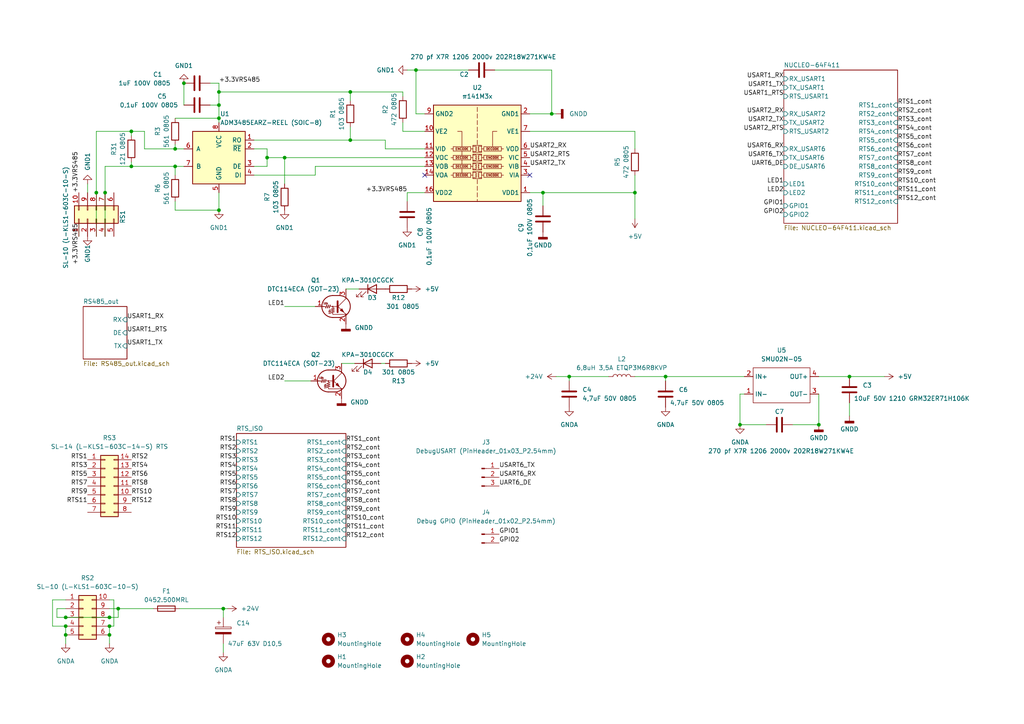
<source format=kicad_sch>
(kicad_sch (version 20230121) (generator eeschema)
  (paper "A4")
  (lib_symbols
    (symbol "Connector:Conn_01x02_Pin" (pin_names (offset 1.016) hide)
      (property "Reference" "J" (at 0 2.54 0))
      (property "Value" "Conn_01x02_Pin" (at 0 -5.08 0))
      (symbol "Conn_01x02_Pin_1_1"
        (polyline (pts (xy 1.27 -2.54) (xy 0.8636 -2.54)) (stroke (width 0.1524)))
        (polyline (pts (xy 1.27 0) (xy 0.8636 0)) (stroke (width 0.1524)))
        (rectangle (start 0.8636 -2.413) (end 0 -2.667) (stroke (width 0.1524)) (fill (type outline)))
        (rectangle (start 0.8636 0.127) (end 0 -0.127) (stroke (width 0.1524)) (fill (type outline)))
        (pin passive line (at 5.08 0 180) (length 3.81) (name "Pin_1") (number "1"))
        (pin passive line (at 5.08 -2.54 180) (length 3.81) (name "Pin_2") (number "2"))
      )
    )
    (symbol "Connector:Conn_01x03_Pin" (pin_names (offset 1.016) hide)
      (property "Reference" "J" (at 0 5.08 0))
      (property "Value" "Conn_01x03_Pin" (at 0 -5.08 0))
      (symbol "Conn_01x03_Pin_1_1"
        (polyline (pts (xy 1.27 -2.54) (xy 0.8636 -2.54)) (stroke (width 0.1524)))
        (polyline (pts (xy 1.27 0) (xy 0.8636 0)) (stroke (width 0.1524)))
        (polyline (pts (xy 1.27 2.54) (xy 0.8636 2.54)) (stroke (width 0.1524)))
        (rectangle (start 0.8636 -2.413) (end 0 -2.667) (stroke (width 0.1524)) (fill (type outline)))
        (rectangle (start 0.8636 0.127) (end 0 -0.127) (stroke (width 0.1524)) (fill (type outline)))
        (rectangle (start 0.8636 2.667) (end 0 2.413) (stroke (width 0.1524)) (fill (type outline)))
        (pin passive line (at 5.08 2.54 180) (length 3.81) (name "Pin_1") (number "1"))
        (pin passive line (at 5.08 0 180) (length 3.81) (name "Pin_2") (number "2"))
        (pin passive line (at 5.08 -2.54 180) (length 3.81) (name "Pin_3") (number "3"))
      )
    )
    (symbol "Connector_Generic:Conn_02x05_Counter_Clockwise" (pin_names (offset 1.016) hide)
      (property "Reference" "J" (at 1.27 7.62 0))
      (property "Value" "Conn_02x05_Counter_Clockwise" (at 1.27 -7.62 0))
      (symbol "Conn_02x05_Counter_Clockwise_1_1"
        (rectangle (start -1.27 -4.953) (end 0 -5.207) (stroke (width 0.1524)))
        (rectangle (start -1.27 -2.413) (end 0 -2.667) (stroke (width 0.1524)))
        (rectangle (start -1.27 0.127) (end 0 -0.127) (stroke (width 0.1524)))
        (rectangle (start -1.27 2.667) (end 0 2.413) (stroke (width 0.1524)))
        (rectangle (start -1.27 5.207) (end 0 4.953) (stroke (width 0.1524)))
        (rectangle (start -1.27 6.35) (end 3.81 -6.35) (stroke (width 0.254)) (fill (type background)))
        (rectangle (start 3.81 -4.953) (end 2.54 -5.207) (stroke (width 0.1524)))
        (rectangle (start 3.81 -2.413) (end 2.54 -2.667) (stroke (width 0.1524)))
        (rectangle (start 3.81 0.127) (end 2.54 -0.127) (stroke (width 0.1524)))
        (rectangle (start 3.81 2.667) (end 2.54 2.413) (stroke (width 0.1524)))
        (rectangle (start 3.81 5.207) (end 2.54 4.953) (stroke (width 0.1524)))
        (pin passive line (at -5.08 5.08 0) (length 3.81) (name "Pin_1") (number "1"))
        (pin passive line (at 7.62 5.08 180) (length 3.81) (name "Pin_10") (number "10"))
        (pin passive line (at -5.08 2.54 0) (length 3.81) (name "Pin_2") (number "2"))
        (pin passive line (at -5.08 0 0) (length 3.81) (name "Pin_3") (number "3"))
        (pin passive line (at -5.08 -2.54 0) (length 3.81) (name "Pin_4") (number "4"))
        (pin passive line (at -5.08 -5.08 0) (length 3.81) (name "Pin_5") (number "5"))
        (pin passive line (at 7.62 -5.08 180) (length 3.81) (name "Pin_6") (number "6"))
        (pin passive line (at 7.62 -2.54 180) (length 3.81) (name "Pin_7") (number "7"))
        (pin passive line (at 7.62 0 180) (length 3.81) (name "Pin_8") (number "8"))
        (pin passive line (at 7.62 2.54 180) (length 3.81) (name "Pin_9") (number "9"))
      )
    )
    (symbol "Connector_Generic:Conn_02x07_Counter_Clockwise" (pin_names (offset 1.016) hide)
      (property "Reference" "J" (at 1.27 10.16 0))
      (property "Value" "Conn_02x07_Counter_Clockwise" (at 1.27 -10.16 0))
      (symbol "Conn_02x07_Counter_Clockwise_1_1"
        (rectangle (start -1.27 -7.493) (end 0 -7.747) (stroke (width 0.1524)))
        (rectangle (start -1.27 -4.953) (end 0 -5.207) (stroke (width 0.1524)))
        (rectangle (start -1.27 -2.413) (end 0 -2.667) (stroke (width 0.1524)))
        (rectangle (start -1.27 0.127) (end 0 -0.127) (stroke (width 0.1524)))
        (rectangle (start -1.27 2.667) (end 0 2.413) (stroke (width 0.1524)))
        (rectangle (start -1.27 5.207) (end 0 4.953) (stroke (width 0.1524)))
        (rectangle (start -1.27 7.747) (end 0 7.493) (stroke (width 0.1524)))
        (rectangle (start -1.27 8.89) (end 3.81 -8.89) (stroke (width 0.254)) (fill (type background)))
        (rectangle (start 3.81 -7.493) (end 2.54 -7.747) (stroke (width 0.1524)))
        (rectangle (start 3.81 -4.953) (end 2.54 -5.207) (stroke (width 0.1524)))
        (rectangle (start 3.81 -2.413) (end 2.54 -2.667) (stroke (width 0.1524)))
        (rectangle (start 3.81 0.127) (end 2.54 -0.127) (stroke (width 0.1524)))
        (rectangle (start 3.81 2.667) (end 2.54 2.413) (stroke (width 0.1524)))
        (rectangle (start 3.81 5.207) (end 2.54 4.953) (stroke (width 0.1524)))
        (rectangle (start 3.81 7.747) (end 2.54 7.493) (stroke (width 0.1524)))
        (pin passive line (at -5.08 7.62 0) (length 3.81) (name "Pin_1") (number "1"))
        (pin passive line (at 7.62 -2.54 180) (length 3.81) (name "Pin_10") (number "10"))
        (pin passive line (at 7.62 0 180) (length 3.81) (name "Pin_11") (number "11"))
        (pin passive line (at 7.62 2.54 180) (length 3.81) (name "Pin_12") (number "12"))
        (pin passive line (at 7.62 5.08 180) (length 3.81) (name "Pin_13") (number "13"))
        (pin passive line (at 7.62 7.62 180) (length 3.81) (name "Pin_14") (number "14"))
        (pin passive line (at -5.08 5.08 0) (length 3.81) (name "Pin_2") (number "2"))
        (pin passive line (at -5.08 2.54 0) (length 3.81) (name "Pin_3") (number "3"))
        (pin passive line (at -5.08 0 0) (length 3.81) (name "Pin_4") (number "4"))
        (pin passive line (at -5.08 -2.54 0) (length 3.81) (name "Pin_5") (number "5"))
        (pin passive line (at -5.08 -5.08 0) (length 3.81) (name "Pin_6") (number "6"))
        (pin passive line (at -5.08 -7.62 0) (length 3.81) (name "Pin_7") (number "7"))
        (pin passive line (at 7.62 -7.62 180) (length 3.81) (name "Pin_8") (number "8"))
        (pin passive line (at 7.62 -5.08 180) (length 3.81) (name "Pin_9") (number "9"))
      )
    )
    (symbol "Converter_DCDC:AM1SS-"
      (property "Reference" "U" (at -1.27 2.54 0))
      (property "Value" "AM1SS-" (at 0 0 0))
      (symbol "AM1SS-_0_1"
        (rectangle (start -6.35 -2.54) (end 10.16 -12.7))
      )
      (symbol "AM1SS-_1_1"
        (pin input line (at -8.89 -5.08 0) (length 2.56) (name "IN-") (number "1"))
        (pin input line (at -8.89 -10.16 0) (length 2.56) (name "IN+") (number "2"))
        (pin output line (at 12.7 -5.08 180) (length 2.56) (name "OUT-") (number "3"))
        (pin output line (at 12.7 -10.16 180) (length 2.56) (name "OUT+") (number "4"))
      )
    )
    (symbol "Device:C" (pin_numbers hide) (pin_names (offset 0.254))
      (property "Reference" "C" (at 0.635 2.54 0))
      (property "Value" "C" (at 0.635 -2.54 0))
      (symbol "C_0_1"
        (polyline (pts (xy -2.032 -0.762) (xy 2.032 -0.762)) (stroke (width 0.508)))
        (polyline (pts (xy -2.032 0.762) (xy 2.032 0.762)) (stroke (width 0.508)))
      )
      (symbol "C_1_1"
        (pin passive line (at 0 3.81 270) (length 2.794) (name "~") (number "1"))
        (pin passive line (at 0 -3.81 90) (length 2.794) (name "~") (number "2"))
      )
    )
    (symbol "Device:C_Polarized" (pin_numbers hide) (pin_names (offset 0.254))
      (property "Reference" "C" (at 0.635 2.54 0))
      (property "Value" "C_Polarized" (at 0.635 -2.54 0))
      (symbol "C_Polarized_0_1"
        (rectangle (start -2.286 0.508) (end 2.286 1.016))
        (polyline (pts (xy -1.778 2.286) (xy -0.762 2.286)))
        (polyline (pts (xy -1.27 2.794) (xy -1.27 1.778)))
        (rectangle (start 2.286 -0.508) (end -2.286 -1.016) (fill (type outline)))
      )
      (symbol "C_Polarized_1_1"
        (pin passive line (at 0 3.81 270) (length 2.794) (name "~") (number "1"))
        (pin passive line (at 0 -3.81 90) (length 2.794) (name "~") (number "2"))
      )
    )
    (symbol "Device:Fuse" (pin_numbers hide) (pin_names (offset 0))
      (property "Reference" "F" (at 2.032 0 90))
      (property "Value" "Fuse" (at -1.905 0 90))
      (symbol "Fuse_0_1"
        (rectangle (start -0.762 -2.54) (end 0.762 2.54) (stroke (width 0.254)))
        (polyline (pts (xy 0 2.54) (xy 0 -2.54)))
      )
      (symbol "Fuse_1_1"
        (pin passive line (at 0 3.81 270) (length 1.27) (name "~") (number "1"))
        (pin passive line (at 0 -3.81 90) (length 1.27) (name "~") (number "2"))
      )
    )
    (symbol "Device:L" (pin_numbers hide) (pin_names (offset 1.016) hide)
      (property "Reference" "L" (at -1.27 0 90))
      (property "Value" "L" (at 1.905 0 90))
      (symbol "L_0_1"
        (arc (start 0 -2.54) (mid 0.6323 -1.905) (end 0 -1.27))
        (arc (start 0 -1.27) (mid 0.6323 -0.635) (end 0 0))
        (arc (start 0 0) (mid 0.6323 0.635) (end 0 1.27))
        (arc (start 0 1.27) (mid 0.6323 1.905) (end 0 2.54))
      )
      (symbol "L_1_1"
        (pin passive line (at 0 3.81 270) (length 1.27) (name "1") (number "1"))
        (pin passive line (at 0 -3.81 90) (length 1.27) (name "2") (number "2"))
      )
    )
    (symbol "Device:LED" (pin_numbers hide) (pin_names (offset 1.016) hide)
      (property "Reference" "D" (at 0 2.54 0))
      (property "Value" "LED" (at 0 -2.54 0))
      (symbol "LED_0_1"
        (polyline (pts (xy -1.27 -1.27) (xy -1.27 1.27)) (stroke (width 0.254)))
        (polyline (pts (xy -1.27 0) (xy 1.27 0)))
        (polyline (pts (xy 1.27 -1.27) (xy 1.27 1.27) (xy -1.27 0) (xy 1.27 -1.27)) (stroke (width 0.254)))
        (polyline (pts (xy -3.048 -0.762) (xy -4.572 -2.286) (xy -3.81 -2.286) (xy -4.572 -2.286) (xy -4.572 -1.524)))
        (polyline (pts (xy -1.778 -0.762) (xy -3.302 -2.286) (xy -2.54 -2.286) (xy -3.302 -2.286) (xy -3.302 -1.524)))
      )
      (symbol "LED_1_1"
        (pin passive line (at -3.81 0 0) (length 2.54) (name "K") (number "1"))
        (pin passive line (at 3.81 0 180) (length 2.54) (name "A") (number "2"))
      )
    )
    (symbol "Device:R" (pin_numbers hide) (pin_names (offset 0))
      (property "Reference" "R" (at 2.032 0 90))
      (property "Value" "R" (at 0 0 90))
      (symbol "R_0_1"
        (rectangle (start -1.016 -2.54) (end 1.016 2.54) (stroke (width 0.254)))
      )
      (symbol "R_1_1"
        (pin passive line (at 0 3.81 270) (length 1.27) (name "~") (number "1"))
        (pin passive line (at 0 -3.81 90) (length 1.27) (name "~") (number "2"))
      )
    )
    (symbol "Interface_UART:SP3485CN" (pin_names (offset 1.016))
      (property "Reference" "U" (at -7.62 8.89 0))
      (property "Value" "SP3485CN" (at 2.54 8.89 0))
      (symbol "SP3485CN_0_1"
        (rectangle (start -7.62 7.62) (end 7.62 -7.62) (stroke (width 0.254)) (fill (type background)))
      )
      (symbol "SP3485CN_1_1"
        (pin output line (at -10.16 5.08 0) (length 2.54) (name "RO") (number "1"))
        (pin input line (at -10.16 2.54 0) (length 2.54) (name "~{RE}") (number "2"))
        (pin input line (at -10.16 -2.54 0) (length 2.54) (name "DE") (number "3"))
        (pin input line (at -10.16 -5.08 0) (length 2.54) (name "DI") (number "4"))
        (pin power_in line (at 0 -10.16 90) (length 2.54) (name "GND") (number "5"))
        (pin bidirectional line (at 10.16 2.54 180) (length 2.54) (name "A") (number "6"))
        (pin bidirectional line (at 10.16 -2.54 180) (length 2.54) (name "B") (number "7"))
        (pin power_in line (at 0 10.16 270) (length 2.54) (name "VCC") (number "8"))
      )
    )
    (symbol "Isolator:π141M3x"
      (property "Reference" "U" (at 0 19.05 0))
      (property "Value" "π141M3x" (at 0 16.51 0))
      (symbol "π141M3x_0_0"
        (rectangle (start -1.905 0.635) (end -6.985 -0.635))
        (rectangle (start -1.27 1.016) (end 1.27 -1.016))
        (rectangle (start -1.27 3.556) (end 1.27 1.524))
        (rectangle (start -1.27 6.096) (end 1.27 4.064))
        (rectangle (start -1.27 8.636) (end 1.27 6.604))
        (arc (start -0.508 -0.762) (mid -0.2551 -0.508) (end -0.508 -0.254))
        (arc (start -0.508 -0.254) (mid -0.2551 0) (end -0.508 0.254))
        (arc (start -0.508 0.254) (mid -0.2551 0.508) (end -0.508 0.762))
        (arc (start -0.508 1.778) (mid -0.2551 2.032) (end -0.508 2.286))
        (arc (start -0.508 2.286) (mid -0.2551 2.54) (end -0.508 2.794))
        (arc (start -0.508 2.794) (mid -0.2551 3.048) (end -0.508 3.302))
        (arc (start -0.508 4.318) (mid -0.2551 4.572) (end -0.508 4.826))
        (arc (start -0.508 4.826) (mid -0.2551 5.08) (end -0.508 5.334))
        (arc (start -0.508 5.334) (mid -0.2551 5.588) (end -0.508 5.842))
        (arc (start -0.508 6.858) (mid -0.2551 7.112) (end -0.508 7.366))
        (arc (start -0.508 7.366) (mid -0.2551 7.62) (end -0.508 7.874))
        (arc (start -0.508 7.874) (mid -0.2551 8.128) (end -0.508 8.382))
        (polyline (pts (xy -6.985 0) (xy -7.62 0)))
        (polyline (pts (xy -6.985 2.54) (xy -7.62 2.54)))
        (polyline (pts (xy -6.985 5.08) (xy -7.62 5.08)))
        (polyline (pts (xy -6.985 7.62) (xy -7.62 7.62)))
        (polyline (pts (xy -4.445 -1.27) (xy -4.445 -0.635)))
        (polyline (pts (xy -1.905 0) (xy -1.27 0)))
        (polyline (pts (xy -1.905 2.54) (xy -1.27 2.54)))
        (polyline (pts (xy -1.905 5.08) (xy -1.27 5.08)))
        (polyline (pts (xy -1.905 7.62) (xy -1.27 7.62)))
        (polyline (pts (xy -1.27 -0.762) (xy -0.508 -0.762)))
        (polyline (pts (xy -1.27 0.762) (xy -0.508 0.762)))
        (polyline (pts (xy -1.27 1.778) (xy -0.508 1.778)))
        (polyline (pts (xy -1.27 3.302) (xy -0.508 3.302)))
        (polyline (pts (xy -1.27 4.318) (xy -0.508 4.318)))
        (polyline (pts (xy -1.27 5.842) (xy -0.508 5.842)))
        (polyline (pts (xy -1.27 6.858) (xy -0.508 6.858)))
        (polyline (pts (xy -1.27 8.382) (xy -0.508 8.382)))
        (polyline (pts (xy 0 -10.795) (xy 0 -12.065)))
        (polyline (pts (xy 0 -8.89) (xy 0 -10.16)))
        (polyline (pts (xy 0 -6.985) (xy 0 -8.255)))
        (polyline (pts (xy 0 -5.08) (xy 0 -6.35)))
        (polyline (pts (xy 0 -3.175) (xy 0 -4.445)))
        (polyline (pts (xy 0 -1.27) (xy 0 -2.54)))
        (polyline (pts (xy 0 8.89) (xy 0 10.16)))
        (polyline (pts (xy 0 10.795) (xy 0 12.065)))
        (polyline (pts (xy 0 12.7) (xy 0 13.97)))
        (polyline (pts (xy 0 15.24) (xy 0 14.605)))
        (polyline (pts (xy 1.27 -0.762) (xy 0.508 -0.762)))
        (polyline (pts (xy 1.27 0.762) (xy 0.508 0.762)))
        (polyline (pts (xy 1.27 1.778) (xy 0.508 1.778)))
        (polyline (pts (xy 1.27 3.302) (xy 0.508 3.302)))
        (polyline (pts (xy 1.27 4.318) (xy 0.508 4.318)))
        (polyline (pts (xy 1.27 5.842) (xy 0.508 5.842)))
        (polyline (pts (xy 1.27 6.858) (xy 0.508 6.858)))
        (polyline (pts (xy 1.27 8.382) (xy 0.508 8.382)))
        (polyline (pts (xy 1.905 0) (xy 1.27 0)))
        (polyline (pts (xy 1.905 2.54) (xy 1.27 2.54)))
        (polyline (pts (xy 1.905 5.08) (xy 1.27 5.08)))
        (polyline (pts (xy 1.905 7.62) (xy 1.27 7.62)))
        (polyline (pts (xy 4.445 0.635) (xy 4.445 1.905)))
        (polyline (pts (xy 4.445 3.175) (xy 4.445 4.445)))
        (polyline (pts (xy 4.445 5.715) (xy 4.445 6.985)))
        (polyline (pts (xy 6.985 0) (xy 7.62 0)))
        (polyline (pts (xy 6.985 2.54) (xy 7.62 2.54)))
        (polyline (pts (xy 6.985 5.08) (xy 7.62 5.08)))
        (polyline (pts (xy 6.985 7.62) (xy 7.62 7.62)))
        (polyline (pts (xy -4.445 -1.27) (xy -4.445 -5.08) (xy -5.715 -5.08)))
        (polyline (pts (xy 5.715 -5.08) (xy 4.445 -5.08) (xy 4.445 -0.635)))
        (arc (start 0.508 -0.254) (mid 0.2551 -0.508) (end 0.508 -0.762))
        (arc (start 0.508 0.254) (mid 0.2551 0) (end 0.508 -0.254))
        (arc (start 0.508 0.762) (mid 0.2551 0.508) (end 0.508 0.254))
        (arc (start 0.508 2.286) (mid 0.2551 2.032) (end 0.508 1.778))
        (arc (start 0.508 2.794) (mid 0.2551 2.54) (end 0.508 2.286))
        (arc (start 0.508 3.302) (mid 0.2551 3.048) (end 0.508 2.794))
        (arc (start 0.508 4.826) (mid 0.2551 4.572) (end 0.508 4.318))
        (arc (start 0.508 5.334) (mid 0.2551 5.08) (end 0.508 4.826))
        (arc (start 0.508 5.842) (mid 0.2551 5.588) (end 0.508 5.334))
        (arc (start 0.508 7.366) (mid 0.2551 7.112) (end 0.508 6.858))
        (arc (start 0.508 7.874) (mid 0.2551 7.62) (end 0.508 7.366))
        (arc (start 0.508 8.382) (mid 0.2551 8.128) (end 0.508 7.874))
        (rectangle (start 1.905 0.635) (end 6.985 -0.635))
        (rectangle (start 1.905 3.175) (end 6.985 1.905))
        (rectangle (start 1.905 5.715) (end 6.985 4.445))
        (rectangle (start 1.905 8.255) (end 6.985 6.985))
        (text "DECODE" (at -4.445 0 0) (effects (font (size 0.635 0.635))))
        (text "DECODE" (at 4.445 2.54 0) (effects (font (size 0.635 0.635))))
        (text "DECODE" (at 4.445 5.08 0) (effects (font (size 0.635 0.635))))
        (text "DECODE" (at 4.445 7.62 0) (effects (font (size 0.635 0.635))))
        (text "ENCODE" (at -4.445 2.54 0) (effects (font (size 0.635 0.635))))
        (text "ENCODE" (at -4.445 5.08 0) (effects (font (size 0.635 0.635))))
        (text "ENCODE" (at -4.445 7.62 0) (effects (font (size 0.635 0.635))))
        (text "ENCODE" (at 4.445 0 0) (effects (font (size 0.635 0.635))))
      )
      (symbol "π141M3x_0_1"
        (rectangle (start -12.7 15.24) (end 12.7 -12.7) (stroke (width 0.254)) (fill (type background)))
        (rectangle (start -1.905 3.175) (end -6.985 1.905))
        (rectangle (start -1.905 5.715) (end -6.985 4.445))
        (rectangle (start -1.905 8.255) (end -6.985 6.985))
      )
      (symbol "π141M3x_1_1"
        (pin power_in line (at -15.24 12.7 0) (length 2.54) (name "VDD1") (number "1"))
        (pin input line (at 15.24 -5.08 180) (length 2.54) (name "VE2") (number "10"))
        (pin input line (at 15.24 0 180) (length 2.54) (name "VID") (number "11"))
        (pin output line (at 15.24 2.54 180) (length 2.54) (name "VOC") (number "12"))
        (pin output line (at 15.24 5.08 180) (length 2.54) (name "VOB") (number "13"))
        (pin output line (at 15.24 7.62 180) (length 2.54) (name "VOA") (number "14"))
        (pin passive line (at 15.24 -10.16 180) (length 2.54) hide (name "GND2") (number "15"))
        (pin power_in line (at 15.24 12.7 180) (length 2.54) (name "VDD2") (number "16"))
        (pin power_in line (at -15.24 -10.16 0) (length 2.54) (name "GND1") (number "2"))
        (pin input line (at -15.24 7.62 0) (length 2.54) (name "VIA") (number "3"))
        (pin input line (at -15.24 5.08 0) (length 2.54) (name "VIB") (number "4"))
        (pin input line (at -15.24 2.54 0) (length 2.54) (name "VIC") (number "5"))
        (pin output line (at -15.24 0 0) (length 2.54) (name "VOD") (number "6"))
        (pin input line (at -15.24 -5.08 0) (length 2.54) (name "VE1") (number "7"))
        (pin passive line (at -15.24 -10.16 0) (length 2.54) hide (name "GND1") (number "8"))
        (pin power_in line (at 15.24 -10.16 180) (length 2.54) (name "GND2") (number "9"))
      )
    )
    (symbol "Mechanical:MountingHole" (pin_names (offset 1.016))
      (property "Reference" "H" (at 0 5.08 0))
      (property "Value" "MountingHole" (at 0 3.175 0))
      (symbol "MountingHole_0_1"
        (circle (center 0 0) (radius 1.27) (stroke (width 1.27)))
      )
    )
    (symbol "PCM_4ms_Power-symbol:+5V" (power) (pin_numbers hide) (pin_names (offset 0) hide)
      (property "Value" "+5V" (at 0 3.556 0))
      (symbol "+5V_0_1"
        (polyline (pts (xy -0.762 1.27) (xy 0 2.54)))
        (polyline (pts (xy 0 0) (xy 0 2.54)))
        (polyline (pts (xy 0 2.54) (xy 0.762 1.27)))
      )
      (symbol "+5V_1_1"
        (pin power_in line (at 0 0 90) (length 0) hide (name "+5V") (number "1"))
      )
    )
    (symbol "PCM_4ms_Power-symbol:GNDA" (power) (pin_numbers hide) (pin_names (offset 0) hide)
      (property "Value" "GNDA" (at 0 -3.81 0))
      (symbol "GNDA_0_1"
        (polyline (pts (xy 0 0) (xy 0 -1.27) (xy 1.27 -1.27) (xy 0 -2.54) (xy -1.27 -1.27) (xy 0 -1.27)))
      )
      (symbol "GNDA_1_1"
        (pin power_in line (at 0 0 270) (length 0) hide (name "GNDA") (number "1"))
      )
    )
    (symbol "Transistor_BJT:DTC114E" (pin_names (offset 0) hide)
      (property "Reference" "Q" (at 5.08 1.905 0))
      (property "Value" "DTC114E" (at 5.08 0 0))
      (symbol "DTC114E_0_0"
        (text "10k" (at -3.302 0.889 0) (effects (font (size 0.508 0.508))))
        (text "10k" (at -2.159 -1.524 900) (effects (font (size 0.508 0.508))))
      )
      (symbol "DTC114E_0_1"
        (circle (center -1.27 0) (radius 0.127))
        (arc (start -1.27 3.175) (mid -4.4312 0) (end -1.27 -3.175) (stroke (width 0.254)))
        (polyline (pts (xy -3.429 0) (xy -3.81 0)))
        (polyline (pts (xy -1.27 -3.175) (xy 0.635 -3.175)) (stroke (width 0.254)))
        (polyline (pts (xy -1.27 3.175) (xy 0.635 3.175)) (stroke (width 0.254)))
        (polyline (pts (xy 0 -0.254) (xy 2.54 2.286)))
        (polyline (pts (xy 0.127 1.524) (xy 0.127 -1.651)) (stroke (width 0.508)) (fill (type outline)))
        (polyline (pts (xy 2.54 2.286) (xy 2.54 2.54)))
        (polyline (pts (xy 2.54 -2.286) (xy 0 0.254) (xy 0 0.254)))
        (polyline (pts (xy 0.889 -1.143) (xy 1.397 -0.635) (xy 1.905 -1.651) (xy 0.889 -1.143)) (fill (type outline)))
        (polyline (pts (xy 0 0) (xy -1.905 0) (xy -2.032 0.508) (xy -2.286 -0.508) (xy -2.54 0.508) (xy -2.794 -0.508) (xy -3.048 0.508) (xy -3.302 -0.508) (xy -3.429 0)))
        (polyline (pts (xy -1.27 0) (xy -1.27 -0.381) (xy -0.762 -0.508) (xy -1.778 -0.762) (xy -0.762 -1.016) (xy -1.778 -1.27) (xy -0.762 -1.524) (xy -1.778 -1.778) (xy -1.27 -1.905) (xy -1.27 -2.286) (xy 2.54 -2.286)))
        (arc (start 0.635 -3.175) (mid 3.7962 0) (end 0.635 3.175) (stroke (width 0.254)))
        (circle (center 2.54 -2.286) (radius 0.127))
      )
      (symbol "DTC114E_1_1"
        (pin input line (at -6.35 0 0) (length 2.54) (name "B") (number "1"))
        (pin passive line (at 2.54 -5.08 90) (length 2.54) (name "E") (number "2"))
        (pin passive line (at 2.54 5.08 270) (length 2.54) (name "C") (number "3"))
      )
    )
    (symbol "power:+24V" (power) (pin_numbers hide) (pin_names (offset 0) hide)
      (property "Value" "+24V" (at 0 3.556 0))
      (symbol "+24V_0_1"
        (polyline (pts (xy -0.762 1.27) (xy 0 2.54)))
        (polyline (pts (xy 0 0) (xy 0 2.54)))
        (polyline (pts (xy 0 2.54) (xy 0.762 1.27)))
      )
      (symbol "+24V_1_1"
        (pin power_in line (at 0 0 90) (length 0) hide (name "+24V") (number "1"))
      )
    )
    (symbol "power:GND1" (power) (pin_numbers hide) (pin_names (offset 0) hide)
      (property "Value" "GND1" (at 0 -3.81 0))
      (symbol "GND1_0_1"
        (polyline (pts (xy 0 0) (xy 0 -1.27) (xy 1.27 -1.27) (xy 0 -2.54) (xy -1.27 -1.27) (xy 0 -1.27)))
      )
      (symbol "GND1_1_1"
        (pin power_in line (at 0 0 270) (length 0) hide (name "GND1") (number "1"))
      )
    )
    (symbol "power:GNDD" (power) (pin_numbers hide) (pin_names (offset 0) hide)
      (property "Value" "GNDD" (at 0 -3.175 0))
      (symbol "GNDD_0_1"
        (rectangle (start -1.27 -1.524) (end 1.27 -2.032) (stroke (width 0.254)) (fill (type outline)))
        (polyline (pts (xy 0 0) (xy 0 -1.524)))
      )
      (symbol "GNDD_1_1"
        (pin power_in line (at 0 0 270) (length 0) hide (name "GNDD") (number "1"))
      )
    )
  )
  (junction (at 30.48 55.88))
  (junction (at 101.6 26.67))
  (junction (at 63.5 26.67))
  (junction (at 27.94 55.88))
  (junction (at 237.49 123.19))
  (junction (at 165.1 109.22))
  (junction (at 19.05 184.15))
  (junction (at 38.1 48.26))
  (junction (at 31.75 179.07))
  (junction (at 64.77 176.53))
  (junction (at 63.5 30.48))
  (junction (at 193.04 109.22))
  (junction (at 19.05 181.61))
  (junction (at 50.8 48.26))
  (junction (at 19.05 179.07))
  (junction (at 63.5 34.29))
  (junction (at 77.47 45.72))
  (junction (at 38.1 38.1))
  (junction (at 63.5 60.96))
  (junction (at 184.15 55.88))
  (junction (at 214.63 123.19))
  (junction (at 50.8 43.18))
  (junction (at 53.34 24.13))
  (junction (at 34.29 176.53))
  (junction (at 31.75 184.15))
  (junction (at 120.65 20.32))
  (junction (at 82.55 45.72))
  (junction (at 157.48 55.88))
  (junction (at 31.75 181.61))
  (junction (at 246.38 109.22))
  (junction (at 101.6 40.64))
  (junction (at 160.02 33.02))
  (no_connect (at 153.67 50.8))
  (no_connect (at 123.19 50.8))
  (wire (pts (xy 19.05 176.53) (xy 16.51 176.53)))
  (wire (pts (xy 19.05 184.15) (xy 19.05 186.69)))
  (wire (pts (xy 38.1 46.99) (xy 38.1 48.26)))
  (wire (pts (xy 50.8 58.42) (xy 50.8 60.96)))
  (wire (pts (xy 101.6 36.83) (xy 101.6 40.64)))
  (wire (pts (xy 60.96 24.13) (xy 63.5 24.13)))
  (wire (pts (xy 153.67 38.1) (xy 184.15 38.1)))
  (wire (pts (xy 30.48 68.58) (xy 30.48 55.88)))
  (wire (pts (xy 104.14 83.82) (xy 100.33 83.82)))
  (wire (pts (xy 237.49 114.3) (xy 237.49 123.19)))
  (wire (pts (xy 50.8 34.29) (xy 63.5 34.29)))
  (wire (pts (xy 64.77 176.53) (xy 66.04 176.53)))
  (wire (pts (xy 184.15 38.1) (xy 184.15 43.18)))
  (wire (pts (xy 160.02 20.32) (xy 160.02 33.02)))
  (wire (pts (xy 73.66 43.18) (xy 77.47 43.18)))
  (wire (pts (xy 101.6 26.67) (xy 116.84 26.67)))
  (wire (pts (xy 30.48 48.26) (xy 38.1 48.26)))
  (wire (pts (xy 161.29 109.22) (xy 165.1 109.22)))
  (wire (pts (xy 41.91 38.1) (xy 41.91 43.18)))
  (wire (pts (xy 64.77 176.53) (xy 64.77 179.07)))
  (wire (pts (xy 33.02 173.99) (xy 33.02 181.61)))
  (wire (pts (xy 19.05 179.07) (xy 31.75 179.07)))
  (wire (pts (xy 110.49 105.41) (xy 111.76 105.41)))
  (wire (pts (xy 116.84 27.94) (xy 116.84 26.67)))
  (wire (pts (xy 50.8 48.26) (xy 53.34 48.26)))
  (wire (pts (xy 50.8 50.8) (xy 50.8 48.26)))
  (wire (pts (xy 246.38 116.84) (xy 246.38 120.65)))
  (wire (pts (xy 229.87 123.19) (xy 237.49 123.19)))
  (wire (pts (xy 63.5 24.13) (xy 63.5 26.67)))
  (wire (pts (xy 184.15 50.8) (xy 184.15 55.88)))
  (wire (pts (xy 160.02 33.02) (xy 161.29 33.02)))
  (wire (pts (xy 27.94 38.1) (xy 38.1 38.1)))
  (wire (pts (xy 82.55 88.9) (xy 91.44 88.9)))
  (wire (pts (xy 73.66 50.8) (xy 91.44 50.8)))
  (wire (pts (xy 193.04 109.22) (xy 215.9 109.22)))
  (wire (pts (xy 38.1 38.1) (xy 41.91 38.1)))
  (wire (pts (xy 60.96 30.48) (xy 63.5 30.48)))
  (wire (pts (xy 27.94 68.58) (xy 27.94 55.88)))
  (wire (pts (xy 120.65 33.02) (xy 123.19 33.02)))
  (wire (pts (xy 120.65 20.32) (xy 120.65 33.02)))
  (wire (pts (xy 38.1 38.1) (xy 38.1 39.37)))
  (wire (pts (xy 31.75 173.99) (xy 33.02 173.99)))
  (wire (pts (xy 101.6 26.67) (xy 101.6 29.21)))
  (wire (pts (xy 15.24 181.61) (xy 19.05 181.61)))
  (wire (pts (xy 16.51 176.53) (xy 16.51 179.07)))
  (wire (pts (xy 64.77 186.69) (xy 64.77 189.23)))
  (wire (pts (xy 118.11 20.32) (xy 120.65 20.32)))
  (wire (pts (xy 22.86 68.58) (xy 22.86 64.77)))
  (wire (pts (xy 16.51 179.07) (xy 19.05 179.07)))
  (wire (pts (xy 184.15 109.22) (xy 193.04 109.22)))
  (wire (pts (xy 165.1 109.22) (xy 176.53 109.22)))
  (wire (pts (xy 82.55 45.72) (xy 82.55 53.34)))
  (wire (pts (xy 77.47 45.72) (xy 77.47 48.26)))
  (wire (pts (xy 111.76 40.64) (xy 111.76 43.18)))
  (wire (pts (xy 91.44 50.8) (xy 91.44 48.26)))
  (wire (pts (xy 116.84 38.1) (xy 123.19 38.1)))
  (wire (pts (xy 34.29 176.53) (xy 44.45 176.53)))
  (wire (pts (xy 63.5 34.29) (xy 63.5 35.56)))
  (wire (pts (xy 19.05 173.99) (xy 15.24 173.99)))
  (wire (pts (xy 118.11 55.88) (xy 123.19 55.88)))
  (wire (pts (xy 193.04 110.49) (xy 193.04 109.22)))
  (wire (pts (xy 77.47 45.72) (xy 82.55 45.72)))
  (wire (pts (xy 237.49 109.22) (xy 246.38 109.22)))
  (wire (pts (xy 34.29 179.07) (xy 34.29 176.53)))
  (wire (pts (xy 15.24 173.99) (xy 15.24 181.61)))
  (wire (pts (xy 118.11 55.88) (xy 118.11 58.42)))
  (wire (pts (xy 31.75 181.61) (xy 31.75 184.15)))
  (wire (pts (xy 214.63 114.3) (xy 214.63 123.19)))
  (wire (pts (xy 153.67 55.88) (xy 157.48 55.88)))
  (wire (pts (xy 50.8 41.91) (xy 50.8 43.18)))
  (wire (pts (xy 77.47 48.26) (xy 73.66 48.26)))
  (wire (pts (xy 31.75 176.53) (xy 34.29 176.53)))
  (wire (pts (xy 111.76 40.64) (xy 101.6 40.64)))
  (wire (pts (xy 63.5 30.48) (xy 63.5 34.29)))
  (wire (pts (xy 246.38 109.22) (xy 256.54 109.22)))
  (wire (pts (xy 157.48 55.88) (xy 157.48 59.69)))
  (wire (pts (xy 63.5 26.67) (xy 63.5 30.48)))
  (wire (pts (xy 27.94 38.1) (xy 27.94 55.88)))
  (wire (pts (xy 215.9 114.3) (xy 214.63 114.3)))
  (wire (pts (xy 214.63 123.19) (xy 222.25 123.19)))
  (wire (pts (xy 184.15 55.88) (xy 184.15 63.5)))
  (wire (pts (xy 63.5 26.67) (xy 101.6 26.67)))
  (wire (pts (xy 82.55 45.72) (xy 123.19 45.72)))
  (wire (pts (xy 38.1 48.26) (xy 50.8 48.26)))
  (wire (pts (xy 157.48 55.88) (xy 184.15 55.88)))
  (wire (pts (xy 33.02 181.61) (xy 31.75 181.61)))
  (wire (pts (xy 41.91 43.18) (xy 50.8 43.18)))
  (wire (pts (xy 31.75 184.15) (xy 31.75 186.69)))
  (wire (pts (xy 82.55 110.49) (xy 90.17 110.49)))
  (wire (pts (xy 77.47 43.18) (xy 77.47 45.72)))
  (wire (pts (xy 50.8 43.18) (xy 53.34 43.18)))
  (wire (pts (xy 116.84 38.1) (xy 116.84 35.56)))
  (wire (pts (xy 135.89 20.32) (xy 120.65 20.32)))
  (wire (pts (xy 31.75 179.07) (xy 34.29 179.07)))
  (wire (pts (xy 143.51 20.32) (xy 160.02 20.32)))
  (wire (pts (xy 63.5 55.88) (xy 63.5 60.96)))
  (wire (pts (xy 50.8 60.96) (xy 63.5 60.96)))
  (wire (pts (xy 165.1 110.49) (xy 165.1 109.22)))
  (wire (pts (xy 52.07 176.53) (xy 64.77 176.53)))
  (wire (pts (xy 53.34 24.13) (xy 53.34 30.48)))
  (wire (pts (xy 25.4 53.34) (xy 25.4 55.88)))
  (wire (pts (xy 153.67 33.02) (xy 160.02 33.02)))
  (wire (pts (xy 73.66 40.64) (xy 101.6 40.64)))
  (wire (pts (xy 19.05 181.61) (xy 19.05 184.15)))
  (wire (pts (xy 99.06 105.41) (xy 102.87 105.41)))
  (wire (pts (xy 91.44 48.26) (xy 123.19 48.26)))
  (wire (pts (xy 30.48 48.26) (xy 30.48 55.88)))
  (wire (pts (xy 111.76 43.18) (xy 123.19 43.18)))
  (label "RTS7" (at 68.58 143.51 180))
  (label "RTS7_cont" (at 100.33 143.51 0))
  (label "RTS6" (at 68.58 140.97 180))
  (label "LED2" (at 227.33 55.88 180))
  (label "USART2_RTS" (at 153.67 45.72 0))
  (label "RTS8_cont" (at 100.33 146.05 0))
  (label "RTS8" (at 68.58 146.05 180))
  (label "RTS2" (at 38.1 133.35 0))
  (label "+3.3VRS485" (at 22.86 64.77 270))
  (label "RTS10_cont" (at 260.35 53.34 0))
  (label "RTS8_cont" (at 260.35 48.26 0))
  (label "+3.3VRS485" (at 22.86 55.88 90))
  (label "RTS1" (at 68.58 128.27 180))
  (label "RTS6_cont" (at 100.33 140.97 0))
  (label "RTS4" (at 68.58 135.89 180))
  (label "USART1_TX" (at 227.33 25.4 180))
  (label "RTS11_cont" (at 100.33 153.67 0))
  (label "USART6_TX" (at 227.33 45.72 180))
  (label "RTS12_cont" (at 100.33 156.21 0))
  (label "RTS4_cont" (at 260.35 38.1 0))
  (label "RTS7" (at 25.4 140.97 180))
  (label "RTS1_cont" (at 100.33 128.27 0))
  (label "RTS3_cont" (at 260.35 35.56 0))
  (label "USART6_TX" (at 144.78 135.89 0))
  (label "GPIO1" (at 227.33 59.69 180))
  (label "RTS12_cont" (at 260.35 58.42 0))
  (label "RTS9_cont" (at 260.35 50.8 0))
  (label "+3.3VRS485" (at 118.11 55.88 180))
  (label "RTS10" (at 38.1 143.51 0))
  (label "RTS9_cont" (at 100.33 148.59 0))
  (label "USART1_RX" (at 227.33 22.86 180))
  (label "RTS1" (at 25.4 133.35 180))
  (label "USART2_RTS" (at 227.33 38.1 180))
  (label "RTS9" (at 68.58 148.59 180))
  (label "RTS3" (at 68.58 133.35 180))
  (label "RTS4_cont" (at 100.33 135.89 0))
  (label "RTS10_cont" (at 100.33 151.13 0))
  (label "RTS2" (at 68.58 130.81 180))
  (label "USART2_TX" (at 227.33 35.56 180))
  (label "RTS11" (at 25.4 146.05 180))
  (label "RTS2_cont" (at 100.33 130.81 0))
  (label "USART2_RX" (at 153.67 43.18 0))
  (label "+3.3VRS485" (at 63.5 24.13 0))
  (label "RTS5" (at 68.58 138.43 180))
  (label "RTS12" (at 38.1 146.05 0))
  (label "RTS6" (at 38.1 138.43 0))
  (label "RTS11_cont" (at 260.35 55.88 0))
  (label "USART1_RTS" (at 227.33 27.94 180))
  (label "RTS11" (at 68.58 153.67 180))
  (label "RTS5_cont" (at 260.35 40.64 0))
  (label "RTS5" (at 25.4 138.43 180))
  (label "LED1" (at 227.33 53.34 180))
  (label "RTS6_cont" (at 260.35 43.18 0))
  (label "GPIO2" (at 144.78 157.48 0))
  (label "USART6_RX" (at 144.78 138.43 0))
  (label "GPIO2" (at 227.33 62.23 180))
  (label "LED1" (at 82.55 88.9 180))
  (label "RTS5_cont" (at 100.33 138.43 0))
  (label "LED2" (at 82.55 110.49 180))
  (label "RTS2_cont" (at 260.35 33.02 0))
  (label "RTS4" (at 38.1 135.89 0))
  (label "USART6_RX" (at 227.33 43.18 180))
  (label "GPIO1" (at 144.78 154.94 0))
  (label "RTS3_cont" (at 100.33 133.35 0))
  (label "RTS12" (at 68.58 156.21 180))
  (label "RTS7_cont" (at 260.35 45.72 0))
  (label "RTS1_cont" (at 260.35 30.48 0))
  (label "RTS10" (at 68.58 151.13 180))
  (label "UART6_DE" (at 144.78 140.97 0))
  (label "USART1_RX" (at 36.83 92.71 0))
  (label "USART1_TX" (at 36.83 100.33 0))
  (label "RTS3" (at 25.4 135.89 180))
  (label "RTS8" (at 38.1 140.97 0))
  (label "RTS9" (at 25.4 143.51 180))
  (label "USART2_TX" (at 153.67 48.26 0))
  (label "USART2_RX" (at 227.33 33.02 180))
  (label "UART6_DE" (at 227.33 48.26 180))
  (label "USART1_RTS" (at 36.83 96.52 0))
  (symbol (lib_id "power:GND1") (at 118.11 66.04 0) (unit 1)
    (property "Reference" "#PWR018" (effects hide))
    (property "Value" "GND1" (at 118.11 71.12 0))
  )
  (symbol (lib_id "Device:L") (at 180.34 109.22 90) (unit 1)
    (property "Reference" "L2" (at 180.34 104.14 90))
    (property "Value" "6,8uH 3,5A ETQP3M6R8KVP" (at 180.34 106.68 90))
    (property "Footprint" "PCM_Inductor_SMD_Handsoldering_AKL:L_Bourns-SRN6028" (effects hide))
  )
  (symbol (lib_id "Device:C") (at 165.1 114.3 0) (unit 1)
    (property "Reference" "C4" (at 168.91 113.03 0) (effects (justify left)))
    (property "Value" "4,7uF 50V 0805" (at 168.91 115.57 0) (effects (justify left)))
    (property "Footprint" "PCM_Capacitor_SMD_AKL:C_0805_2012Metric_Pad1.18x1.45mm_HandSolder" (effects hide))
  )
  (symbol (lib_id "PCM_4ms_Power-symbol:GNDA") (at 19.05 186.69 0) (unit 1)
    (property "Reference" "#PWR034" (effects hide))
    (property "Value" "GNDA" (at 19.05 191.77 0))
  )
  (symbol (lib_id "PCM_4ms_Power-symbol:+5V") (at 119.38 105.41 270) (unit 1)
    (property "Reference" "#PWR047" (effects hide))
    (property "Value" "+5V" (at 123.19 105.41 90) (effects (justify left)))
  )
  (symbol (lib_id "Connector_Generic:Conn_02x07_Counter_Clockwise") (at 30.48 140.97 0) (unit 1)
    (property "Reference" "RS3" (at 31.75 127 0))
    (property "Value" "SL-14 (L-KLS1-603C-14-S) RTS" (at 31.75 129.54 0))
    (property "Footprint" "Connector:Edge_Conn_KLS1-603-14" (effects hide))
  )
  (symbol (lib_id "Converter_DCDC:AM1SS-") (at 224.79 119.38 0) (mirror x) (unit 1)
    (property "Reference" "U5" (at 226.695 101.6 0))
    (property "Value" "SMU02N-05" (at 226.695 104.14 0))
    (property "Footprint" "Converter_DCDC:Converter_DCDC_Murata_CRE1xxxxxxSC_THT" (effects hide))
    (property "Datasheet" "https://doc.platan.ru/pdf/datasheets/meanwell/SMU02.pdf" (effects hide))
  )
  (symbol (lib_id "power:GND1") (at 25.4 68.58 0) (unit 1)
    (property "Reference" "#PWR021" (effects hide))
    (property "Value" "GND1" (at 25.4 76.2 90) (effects (justify left)))
  )
  (symbol (lib_id "Device:R") (at 38.1 43.18 180) (unit 1)
    (property "Reference" "R31" (at 33.02 43.18 90))
    (property "Value" "121 0805" (at 35.56 43.18 90))
    (property "Footprint" "PCM_4ms_Resistor:R_0805_2012Metric" (effects hide))
  )
  (symbol (lib_id "Device:Fuse") (at 48.26 176.53 90) (unit 1)
    (property "Reference" "F1" (at 48.26 171.45 90))
    (property "Value" "0452.500MRL" (at 48.26 173.99 90))
    (property "Footprint" "PCM_Fuse_Handsoldering_AKL:Fuse_Littelfuse-NANO2-451_453" (effects hide))
  )
  (symbol (lib_id "power:GND1") (at 118.11 20.32 270) (unit 1)
    (property "Reference" "#PWR03" (effects hide))
    (property "Value" "GND1" (at 109.22 20.32 90) (effects (justify left)))
  )
  (symbol (lib_id "power:GND1") (at 63.5 60.96 0) (unit 1)
    (property "Reference" "#PWR016" (effects hide))
    (property "Value" "GND1" (at 63.5 66.04 0))
  )
  (symbol (lib_id "Device:R") (at 50.8 38.1 180) (unit 1)
    (property "Reference" "R3" (at 45.72 38.1 90))
    (property "Value" "561 0805" (at 48.26 38.1 90))
    (property "Footprint" "PCM_4ms_Resistor:R_0805_2012Metric" (effects hide))
  )
  (symbol (lib_id "Device:C") (at 57.15 24.13 90) (unit 1)
    (property "Reference" "C1" (at 45.72 21.59 90))
    (property "Value" "1uF 100V 0805" (at 41.91 24.13 90))
    (property "Footprint" "PCM_Capacitor_SMD_AKL:C_0805_2012Metric_Pad1.18x1.45mm_HandSolder" (effects hide))
  )
  (symbol (lib_id "Device:R") (at 101.6 33.02 180) (unit 1)
    (property "Reference" "R1" (at 96.52 33.02 90))
    (property "Value" "103 0805" (at 99.06 33.02 90))
    (property "Footprint" "PCM_4ms_Resistor:R_0805_2012Metric" (effects hide))
  )
  (symbol (lib_id "power:GND1") (at 53.34 24.13 180) (unit 1)
    (property "Reference" "#PWR02" (effects hide))
    (property "Value" "GND1" (at 53.34 19.05 0))
  )
  (symbol (lib_id "Connector_Generic:Conn_02x05_Counter_Clockwise") (at 27.94 63.5 90) (unit 1)
    (property "Reference" "RS1" (at 35.56 60.96 0) (effects (justify right)))
    (property "Value" "SL-10 (L-KLS1-603C-10-S)" (at 19.05 48.26 0) (effects (justify right)))
    (property "Footprint" "Connector:Edge_Conn_KLS1-603-10" (effects hide))
  )
  (symbol (lib_id "PCM_4ms_Power-symbol:GNDA") (at 165.1 118.11 0) (unit 1)
    (property "Reference" "#PWR05" (effects hide))
    (property "Value" "GNDA" (at 165.1 123.19 0))
  )
  (symbol (lib_id "Transistor_BJT:DTC114E") (at 97.79 88.9 0) (unit 1)
    (property "Reference" "Q1" (at 90.17 81.28 0) (effects (justify left)))
    (property "Value" "DTC114ECA (SOT-23)" (at 77.47 83.82 0) (effects (justify left)))
    (property "Footprint" "Package_TO_SOT_SMD:SOT-23" (effects hide))
  )
  (symbol (lib_id "Device:C") (at 157.48 63.5 180) (unit 1)
    (property "Reference" "C9" (at 151.13 66.04 90))
    (property "Value" "0,1uF 100V 0805" (at 153.67 66.04 90))
    (property "Footprint" "PCM_Capacitor_SMD_AKL:C_0805_2012Metric_Pad1.18x1.45mm_HandSolder" (effects hide))
  )
  (symbol (lib_id "PCM_4ms_Power-symbol:GNDA") (at 193.04 118.11 0) (unit 1)
    (property "Reference" "#PWR06" (effects hide))
    (property "Value" "GNDA" (at 193.04 123.19 0))
  )
  (symbol (lib_id "PCM_4ms_Power-symbol:GNDA") (at 64.77 189.23 0) (unit 1)
    (property "Reference" "#PWR036" (effects hide))
    (property "Value" "GNDA" (at 64.77 194.31 0))
  )
  (symbol (lib_id "Interface_UART:SP3485CN") (at 63.5 45.72 0) (mirror y) (unit 1)
    (property "Reference" "U1" (at 63.8459 33.02 0) (effects (justify right)))
    (property "Value" "ADM3485EARZ-REEL (SOIC-8)" (at 63.8459 35.56 0) (effects (justify right)))
    (property "Footprint" "Package_SO:SOIC-8_3.9x4.9mm_P1.27mm" (effects hide))
    (property "Datasheet" "https://static.chipdip.ru/lib/154/DOC013154525.pdf" (effects hide))
  )
  (symbol (lib_id "power:+24V") (at 66.04 176.53 270) (unit 1)
    (property "Reference" "#PWR033" (effects hide))
    (property "Value" "+24V" (at 69.85 176.53 90) (effects (justify left)))
  )
  (symbol (lib_id "power:GNDD") (at 157.48 67.31 0) (unit 1)
    (property "Reference" "#PWR020" (effects hide))
    (property "Value" "GNDD" (at 157.48 71.12 0))
  )
  (symbol (lib_id "PCM_4ms_Power-symbol:GNDA") (at 214.63 123.19 0) (unit 1)
    (property "Reference" "#PWR09" (effects hide))
    (property "Value" "GNDA" (at 214.63 128.27 0))
  )
  (symbol (lib_id "Device:C") (at 57.15 30.48 90) (unit 1)
    (property "Reference" "C5" (at 46.99 27.94 90))
    (property "Value" "0,1uF 100V 0805" (at 43.18 30.48 90))
    (property "Footprint" "PCM_Capacitor_SMD_AKL:C_0805_2012Metric_Pad1.18x1.45mm_HandSolder" (effects hide))
  )
  (symbol (lib_id "Device:R") (at 115.57 83.82 90) (unit 1)
    (property "Reference" "R12" (at 115.57 86.36 90))
    (property "Value" "301 0805" (at 116.84 88.9 90))
    (property "Footprint" "PCM_4ms_Resistor:R_0805_2012Metric" (effects hide))
  )
  (symbol (lib_id "Isolator:π141M3x") (at 138.43 43.18 180) (unit 1)
    (property "Reference" "U2" (at 138.43 25.4 0))
    (property "Value" "π141M3x" (at 138.43 27.94 0))
    (property "Footprint" "Package_SO:SOIC-16_3.9x9.9mm_P1.27mm" (effects hide))
    (property "Datasheet" "https://wmsc.lcsc.com/wmsc/upload/file/pdf/v2/lcsc/2001082007_2Pai-Semi--141M30_C471604.pdf" (effects hide))
  )
  (symbol (lib_id "Connector:Conn_01x03_Pin") (at 139.7 138.43 0) (unit 1)
    (property "Reference" "J3" (at 140.97 128.27 0))
    (property "Value" "DebugUSART (PinHeader_01x03_P2.54mm)" (at 140.97 130.81 0))
    (property "Footprint" "Connector_PinHeader_2.54mm:PinHeader_1x03_P2.54mm_Vertical" (effects hide))
  )
  (symbol (lib_id "PCM_4ms_Power-symbol:GNDA") (at 31.75 186.69 0) (unit 1)
    (property "Reference" "#PWR035" (effects hide))
    (property "Value" "GNDA" (at 31.75 191.77 0))
  )
  (symbol (lib_id "power:GNDD") (at 161.29 33.02 90) (unit 1)
    (property "Reference" "#PWR07" (effects hide))
    (property "Value" "GNDD" (at 165.0968 33.02 90) (effects (justify right)))
  )
  (symbol (lib_id "Mechanical:MountingHole") (at 137.16 185.42 0) (unit 1)
    (property "Reference" "H5" (at 139.7 184.15 0) (effects (justify left)))
    (property "Value" "MountingHole" (at 139.7 186.69 0) (effects (justify left)))
    (property "Footprint" "MountingHole:MountingHole_3.2mm_M3" (effects hide))
  )
  (symbol (lib_id "Device:LED") (at 106.68 105.41 0) (unit 1)
    (property "Reference" "D4" (at 106.68 107.95 0))
    (property "Value" "KPA-3010CGCK" (at 106.68 102.87 0))
    (property "Footprint" "LED_SMD:LED_Kingbright_KPA-3010_3x2x1mm" (effects hide))
  )
  (symbol (lib_id "Device:R") (at 184.15 46.99 180) (unit 1)
    (property "Reference" "R5" (at 179.07 46.99 90))
    (property "Value" "472 0805" (at 181.61 46.99 90))
    (property "Footprint" "PCM_4ms_Resistor:R_0805_2012Metric" (effects hide))
  )
  (symbol (lib_id "PCM_4ms_Power-symbol:+5V") (at 184.15 63.5 180) (unit 1)
    (property "Reference" "#PWR013" (effects hide))
    (property "Value" "+5V" (at 184.15 68.58 0))
  )
  (symbol (lib_id "Mechanical:MountingHole") (at 118.11 185.42 0) (unit 1)
    (property "Reference" "H4" (at 120.65 184.15 0) (effects (justify left)))
    (property "Value" "MountingHole" (at 120.65 186.69 0) (effects (justify left)))
    (property "Footprint" "MountingHole:MountingHole_3.2mm_M3" (effects hide))
  )
  (symbol (lib_id "Mechanical:MountingHole") (at 118.11 191.77 0) (unit 1)
    (property "Reference" "H2" (at 120.65 190.5 0) (effects (justify left)))
    (property "Value" "MountingHole" (at 120.65 193.04 0) (effects (justify left)))
    (property "Footprint" "MountingHole:MountingHole_3.2mm_M3" (effects hide))
  )
  (symbol (lib_id "Mechanical:MountingHole") (at 95.25 191.77 0) (unit 1)
    (property "Reference" "H1" (at 97.79 190.5 0) (effects (justify left)))
    (property "Value" "MountingHole" (at 97.79 193.04 0) (effects (justify left)))
    (property "Footprint" "MountingHole:MountingHole_3.2mm_M3" (effects hide))
  )
  (symbol (lib_id "power:GNDD") (at 237.49 123.19 0) (unit 1)
    (property "Reference" "#PWR010" (effects hide))
    (property "Value" "GNDD" (at 237.49 127 0))
  )
  (symbol (lib_id "power:GNDD") (at 99.06 115.57 0) (unit 1)
    (property "Reference" "#PWR050" (effects hide))
    (property "Value" "GNDD" (at 101.6 116.6495 0) (effects (justify left)))
  )
  (symbol (lib_id "Device:R") (at 116.84 31.75 180) (unit 1)
    (property "Reference" "R2" (at 111.76 31.75 90))
    (property "Value" "472 0805" (at 114.3 31.75 90))
    (property "Footprint" "PCM_4ms_Resistor:R_0805_2012Metric" (effects hide))
  )
  (symbol (lib_id "power:+24V") (at 161.29 109.22 90) (unit 1)
    (property "Reference" "#PWR01" (effects hide))
    (property "Value" "+24V" (at 157.48 109.22 90) (effects (justify left)))
  )
  (symbol (lib_id "power:GNDD") (at 246.38 120.65 0) (unit 1)
    (property "Reference" "#PWR08" (effects hide))
    (property "Value" "GNDD" (at 246.38 124.46 0))
  )
  (symbol (lib_id "power:GND1") (at 82.55 60.96 0) (unit 1)
    (property "Reference" "#PWR017" (effects hide))
    (property "Value" "GND1" (at 82.55 66.04 0))
  )
  (symbol (lib_id "power:GNDD") (at 100.33 93.98 0) (unit 1)
    (property "Reference" "#PWR048" (effects hide))
    (property "Value" "GNDD" (at 102.87 95.0595 0) (effects (justify left)))
  )
  (symbol (lib_id "Device:C") (at 139.7 20.32 90) (unit 1)
    (property "Reference" "C2" (at 134.62 21.59 90))
    (property "Value" " 270 pf X7R 1206 2000v 202R18W271KW4E" (at 139.7 16.51 90))
    (property "Footprint" "PCM_Capacitor_SMD_Handsoldering_AKL:C_1210_3225Metric_Pad1.42x2.65mm" (effects hide))
  )
  (symbol (lib_id "power:GND1") (at 25.4 53.34 180) (unit 1)
    (property "Reference" "#PWR012" (effects hide))
    (property "Value" "GND1" (at 25.4 49.53 90) (effects (justify right)))
  )
  (symbol (lib_id "Device:C") (at 193.04 114.3 0) (unit 1)
    (property "Reference" "C6" (at 196.85 113.03 0) (effects (justify left)))
    (property "Value" "4,7uF 50V 0805" (at 194.31 116.84 0) (effects (justify left)))
    (property "Footprint" "PCM_Capacitor_SMD_AKL:C_0805_2012Metric_Pad1.18x1.45mm_HandSolder" (effects hide))
  )
  (symbol (lib_id "Device:R") (at 115.57 105.41 270) (unit 1)
    (property "Reference" "R13" (at 115.57 110.49 90))
    (property "Value" "301 0805" (at 115.57 107.95 90))
    (property "Footprint" "PCM_4ms_Resistor:R_0805_2012Metric" (effects hide))
  )
  (symbol (lib_id "Transistor_BJT:DTC114E") (at 96.52 110.49 0) (unit 1)
    (property "Reference" "Q2" (at 90.17 102.87 0) (effects (justify left)))
    (property "Value" "DTC114ECA (SOT-23)" (at 76.2 105.41 0) (effects (justify left)))
    (property "Footprint" "Package_TO_SOT_SMD:SOT-23" (effects hide))
  )
  (symbol (lib_id "Device:C") (at 246.38 113.03 0) (unit 1)
    (property "Reference" "C3" (at 250.19 111.76 0) (effects (justify left)))
    (property "Value" "10uF 50V 1210 GRM32ER71H106K" (at 247.65 115.57 0) (effects (justify left)))
    (property "Footprint" "PCM_Capacitor_SMD_AKL:C_1210_3225Metric_Pad1.42x2.65mm_HandSolder" (effects hide))
  )
  (symbol (lib_id "PCM_4ms_Power-symbol:+5V") (at 119.38 83.82 270) (unit 1)
    (property "Reference" "#PWR051" (effects hide))
    (property "Value" "+5V" (at 123.19 83.82 90) (effects (justify left)))
  )
  (symbol (lib_id "Device:LED") (at 107.95 83.82 0) (unit 1)
    (property "Reference" "D3" (at 107.95 86.36 0))
    (property "Value" "KPA-3010CGCK" (at 106.68 81.28 0))
    (property "Footprint" "LED_SMD:LED_Kingbright_KPA-3010_3x2x1mm" (effects hide))
  )
  (symbol (lib_id "Mechanical:MountingHole") (at 95.25 185.42 0) (unit 1)
    (property "Reference" "H3" (at 97.79 184.15 0) (effects (justify left)))
    (property "Value" "MountingHole" (at 97.79 186.69 0) (effects (justify left)))
    (property "Footprint" "MountingHole:MountingHole_3.2mm_M3" (effects hide))
  )
  (symbol (lib_id "Connector_Generic:Conn_02x05_Counter_Clockwise") (at 24.13 179.07 0) (unit 1)
    (property "Reference" "RS2" (at 25.4 167.64 0))
    (property "Value" "SL-10 (L-KLS1-603C-10-S)" (at 25.4 170.18 0))
    (property "Footprint" "Connector:Edge_Conn_KLS1-603-10" (effects hide))
  )
  (symbol (lib_id "Device:C") (at 226.06 123.19 90) (unit 1)
    (property "Reference" "C7" (at 226.06 119.38 90))
    (property "Value" " 270 pf X7R 1206 2000v 202R18W271KW4E" (at 226.06 130.81 90))
    (property "Footprint" "PCM_Capacitor_SMD_Handsoldering_AKL:C_1210_3225Metric_Pad1.42x2.65mm" (effects hide))
  )
  (symbol (lib_id "PCM_4ms_Power-symbol:+5V") (at 256.54 109.22 270) (unit 1)
    (property "Reference" "#PWR04" (effects hide))
    (property "Value" "+5V" (at 260.35 109.22 90) (effects (justify left)))
  )
  (symbol (lib_id "Device:R") (at 50.8 54.61 180) (unit 1)
    (property "Reference" "R6" (at 45.72 54.61 90))
    (property "Value" "561 0805" (at 48.26 54.61 90))
    (property "Footprint" "PCM_4ms_Resistor:R_0805_2012Metric" (effects hide))
  )
  (symbol (lib_id "Connector:Conn_01x02_Pin") (at 139.7 154.94 0) (unit 1)
    (property "Reference" "J4" (at 140.97 148.59 0))
    (property "Value" "Debug GPIO (PinHeader_01x02_P2.54mm)" (at 140.97 151.13 0))
    (property "Footprint" "Connector_PinHeader_2.54mm:PinHeader_1x02_P2.54mm_Vertical" (effects hide))
  )
  (symbol (lib_id "Device:R") (at 82.55 57.15 180) (unit 1)
    (property "Reference" "R7" (at 77.47 57.15 90))
    (property "Value" "103 0805" (at 80.01 57.15 90))
    (property "Footprint" "PCM_4ms_Resistor:R_0805_2012Metric" (effects hide))
  )
  (symbol (lib_id "Device:C") (at 118.11 62.23 180) (unit 1)
    (property "Reference" "C8" (at 121.92 67.31 90))
    (property "Value" "0,1uF 100V 0805" (at 124.46 68.58 90))
    (property "Footprint" "PCM_Capacitor_SMD_AKL:C_0805_2012Metric_Pad1.18x1.45mm_HandSolder" (effects hide))
  )
  (symbol (lib_id "Device:C_Polarized") (at 64.77 182.88 0) (unit 1)
    (property "Reference" "C14" (at 68.58 180.721 0) (effects (justify left)))
    (property "Value" "47uF 63V D10,5" (at 66.04 186.69 0) (effects (justify left)))
    (property "Footprint" "PCM_Capacitor_THT_AKL:CP_Radial_D6.3mm_P2.50mm" (effects hide))
  )
  (sheet (at 227.33 20.32) (size 33.02 44.45) (stroke (width 0.1524))
    (property "Sheetname" "NUCLEO-64F411" (at 227.33 19.6084 0) (effects (justify left bottom)))
    (property "Sheetfile" "NUCLEO-64F411.kicad_sch" (at 227.33 65.3546 0) (effects (justify left top)))
    (pin "RTS_USART1" input (at 227.33 27.94 180))
    (pin "TX_USART1" input (at 227.33 25.4 180))
    (pin "RX_USART1" input (at 227.33 22.86 180))
    (pin "RTS_USART2" input (at 227.33 38.1 180))
    (pin "RX_USART2" input (at 227.33 33.02 180))
    (pin "TX_USART2" input (at 227.33 35.56 180))
    (pin "LED1" input (at 227.33 53.34 180))
    (pin "LED2" input (at 227.33 55.88 180))
    (pin "RTS10_cont" input (at 260.35 53.34 0))
    (pin "RTS7_cont" input (at 260.35 45.72 0))
    (pin "RTS12_cont" input (at 260.35 58.42 0))
    (pin "RTS9_cont" input (at 260.35 50.8 0))
    (pin "RTS11_cont" input (at 260.35 55.88 0))
    (pin "RTS6_cont" input (at 260.35 43.18 0))
    (pin "RTS1_cont" input (at 260.35 30.48 0))
    (pin "RTS2_cont" input (at 260.35 33.02 0))
    (pin "RTS4_cont" input (at 260.35 38.1 0))
    (pin "RTS3_cont" input (at 260.35 35.56 0))
    (pin "RTS8_cont" input (at 260.35 48.26 0))
    (pin "RTS5_cont" input (at 260.35 40.64 0))
    (pin "GPIO1" input (at 227.33 59.69 180))
    (pin "GPIO2" input (at 227.33 62.23 180))
    (pin "RX_USART6" input (at 227.33 43.18 180))
    (pin "TX_USART6" input (at 227.33 45.72 180))
    (pin "DE_USART6" input (at 227.33 48.26 180))
  )
  (sheet (at 24.13 88.9) (size 12.7 15.24) (stroke (width 0.1524))
    (property "Sheetname" "RS485_out" (at 24.13 88.1884 0) (effects (justify left bottom)))
    (property "Sheetfile" "RS485_out.kicad_sch" (at 24.13 104.7246 0) (effects (justify left top)))
    (pin "DE" input (at 36.83 96.52 0))
    (pin "TX" input (at 36.83 100.33 0))
    (pin "RX" input (at 36.83 92.71 0))
  )
  (sheet (at 68.58 125.73) (size 31.75 33.02) (stroke (width 0.1524))
    (property "Sheetname" "RTS_ISO" (at 68.58 125.0184 0) (effects (justify left bottom)))
    (property "Sheetfile" "RTS_ISO.kicad_sch" (at 68.58 159.3346 0) (effects (justify left top)))
    (pin "RTS3" input (at 68.58 133.35 180))
    (pin "RTS1" input (at 68.58 128.27 180))
    (pin "RTS2" input (at 68.58 130.81 180))
    (pin "RTS4" input (at 68.58 135.89 180))
    (pin "RTS12_cont" input (at 100.33 156.21 0))
    (pin "RTS10_cont" input (at 100.33 151.13 0))
    (pin "RTS9_cont" input (at 100.33 148.59 0))
    (pin "RTS11_cont" input (at 100.33 153.67 0))
    (pin "RTS9" input (at 68.58 148.59 180))
    (pin "RTS12" input (at 68.58 156.21 180))
    (pin "RTS11" input (at 68.58 153.67 180))
    (pin "RTS10" input (at 68.58 151.13 180))
    (pin "RTS4_cont" input (at 100.33 135.89 0))
    (pin "RTS3_cont" input (at 100.33 133.35 0))
    (pin "RTS1_cont" input (at 100.33 128.27 0))
    (pin "RTS2_cont" input (at 100.33 130.81 0))
    (pin "RTS7" input (at 68.58 143.51 180))
    (pin "RTS5" input (at 68.58 138.43 180))
    (pin "RTS6" input (at 68.58 140.97 180))
    (pin "RTS8" input (at 68.58 146.05 180))
    (pin "RTS6_cont" input (at 100.33 140.97 0))
    (pin "RTS5_cont" input (at 100.33 138.43 0))
    (pin "RTS8_cont" input (at 100.33 146.05 0))
    (pin "RTS7_cont" input (at 100.33 143.51 0))
  )
)
</source>
